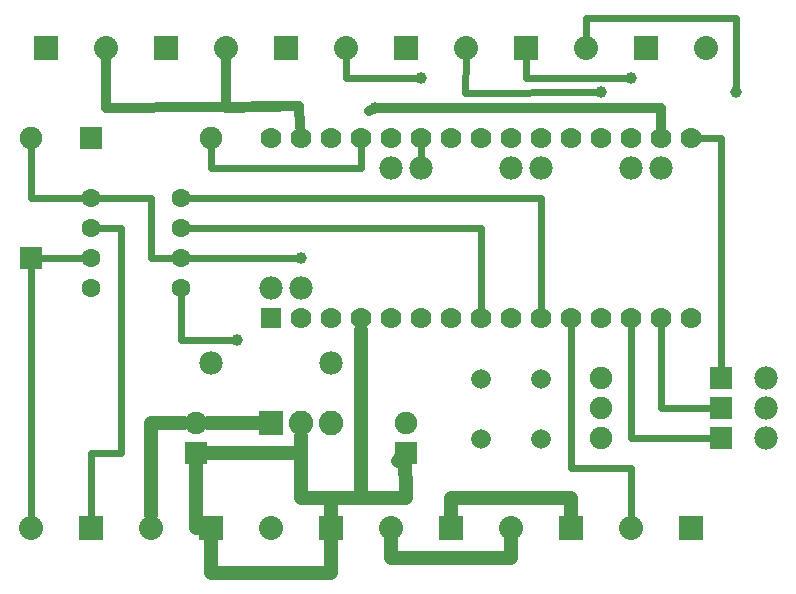
<source format=gbl>
G04 MADE WITH FRITZING*
G04 WWW.FRITZING.ORG*
G04 DOUBLE SIDED*
G04 HOLES PLATED*
G04 CONTOUR ON CENTER OF CONTOUR VECTOR*
%ASAXBY*%
%FSLAX23Y23*%
%MOIN*%
%OFA0B0*%
%SFA1.0B1.0*%
%ADD10C,0.078000*%
%ADD11C,0.065418*%
%ADD12C,0.070000*%
%ADD13C,0.063000*%
%ADD14C,0.075000*%
%ADD15C,0.080000*%
%ADD16C,0.082000*%
%ADD17C,0.039370*%
%ADD18R,0.070000X0.069972*%
%ADD19R,0.075000X0.075000*%
%ADD20R,0.080000X0.080000*%
%ADD21R,0.082000X0.082000*%
%ADD22C,0.024000*%
%ADD23C,0.048000*%
%ADD24C,0.032000*%
%LNCOPPER0*%
G90*
G70*
G54D10*
X1106Y1250D03*
X1006Y1250D03*
X1506Y1650D03*
X1406Y1650D03*
X1906Y1650D03*
X1806Y1650D03*
X2306Y1650D03*
X2206Y1650D03*
X2656Y750D03*
X2656Y850D03*
X2656Y950D03*
G54D11*
X1905Y944D03*
X1905Y745D03*
X1705Y944D03*
X1705Y745D03*
G54D12*
X1006Y1150D03*
X1106Y1150D03*
X1206Y1150D03*
X1306Y1150D03*
X1406Y1150D03*
X1506Y1150D03*
X1606Y1150D03*
X1706Y1150D03*
X1806Y1150D03*
X1906Y1150D03*
X2006Y1150D03*
X2106Y1150D03*
X2206Y1150D03*
X2306Y1150D03*
X2406Y1150D03*
X1006Y1750D03*
X1106Y1750D03*
X1206Y1750D03*
X1306Y1750D03*
X1406Y1750D03*
X1506Y1750D03*
X1606Y1750D03*
X1706Y1750D03*
X1806Y1750D03*
X1906Y1750D03*
X2006Y1750D03*
X2106Y1750D03*
X2206Y1750D03*
X2306Y1750D03*
X2406Y1750D03*
G54D13*
X706Y1250D03*
X706Y1350D03*
X706Y1450D03*
X706Y1550D03*
X406Y1550D03*
X406Y1450D03*
X406Y1350D03*
X406Y1250D03*
G54D14*
X206Y1350D03*
X206Y1750D03*
X406Y1750D03*
X806Y1750D03*
G54D15*
X1606Y450D03*
X1406Y450D03*
X1206Y450D03*
X1006Y450D03*
X406Y450D03*
X206Y450D03*
X656Y2050D03*
X856Y2050D03*
X2256Y2050D03*
X2456Y2050D03*
X1856Y2050D03*
X2056Y2050D03*
X256Y2050D03*
X456Y2050D03*
X1456Y2050D03*
X1656Y2050D03*
X1056Y2050D03*
X1256Y2050D03*
X806Y450D03*
X606Y450D03*
X2406Y450D03*
X2206Y450D03*
X2006Y450D03*
X1806Y450D03*
G54D16*
X1006Y800D03*
X1106Y800D03*
X1206Y800D03*
G54D14*
X1456Y700D03*
X1456Y800D03*
X756Y700D03*
X756Y800D03*
G54D17*
X1106Y1350D03*
G54D14*
X2506Y750D03*
X2106Y750D03*
X2506Y850D03*
X2106Y850D03*
X2506Y950D03*
X2106Y950D03*
G54D17*
X2557Y1902D03*
X1354Y1850D03*
X2106Y1902D03*
X2206Y1950D03*
X1506Y1950D03*
G54D10*
X806Y1000D03*
X1206Y1000D03*
G54D17*
X894Y1077D03*
G54D18*
X1006Y1150D03*
G54D19*
X206Y1350D03*
X406Y1750D03*
G54D20*
X1606Y450D03*
X1206Y450D03*
X406Y450D03*
X656Y2050D03*
X2256Y2050D03*
X1856Y2050D03*
X256Y2050D03*
X1456Y2050D03*
X1056Y2050D03*
X806Y450D03*
X2406Y450D03*
X2006Y450D03*
G54D21*
X1006Y800D03*
G54D19*
X1456Y700D03*
X756Y700D03*
X2506Y750D03*
X2506Y850D03*
X2506Y950D03*
G54D22*
X2006Y1121D02*
X2006Y950D01*
D02*
X2006Y950D02*
X2006Y650D01*
D02*
X2006Y650D02*
X2206Y650D01*
D02*
X2206Y650D02*
X2206Y481D01*
D02*
X1506Y1721D02*
X1506Y1680D01*
G54D23*
D02*
X1106Y700D02*
X795Y700D01*
D02*
X1106Y757D02*
X1106Y700D01*
D02*
X756Y450D02*
X756Y661D01*
D02*
X763Y450D02*
X756Y450D01*
D02*
X606Y800D02*
X606Y493D01*
D02*
X716Y800D02*
X606Y800D01*
D02*
X962Y800D02*
X795Y800D01*
D02*
X1206Y300D02*
X806Y300D01*
D02*
X806Y300D02*
X806Y408D01*
D02*
X1206Y408D02*
X1206Y300D01*
D02*
X1606Y493D02*
X1606Y550D01*
D02*
X2006Y550D02*
X2006Y493D01*
D02*
X1606Y550D02*
X2006Y550D01*
D02*
X1406Y408D02*
X1406Y350D01*
D02*
X1406Y350D02*
X1806Y350D01*
D02*
X1806Y350D02*
X1806Y408D01*
G54D22*
D02*
X378Y1350D02*
X234Y1350D01*
D02*
X206Y481D02*
X206Y1322D01*
D02*
X1906Y1179D02*
X1906Y1550D01*
D02*
X1906Y1550D02*
X733Y1550D01*
D02*
X678Y1350D02*
X606Y1350D01*
D02*
X606Y1550D02*
X433Y1550D01*
D02*
X606Y1350D02*
X606Y1550D01*
D02*
X1306Y1650D02*
X806Y1650D01*
D02*
X806Y1650D02*
X806Y1722D01*
D02*
X1306Y1721D02*
X1306Y1650D01*
D02*
X1087Y1350D02*
X733Y1350D01*
G54D23*
D02*
X1306Y550D02*
X1306Y1110D01*
D02*
X1457Y550D02*
X1454Y698D01*
D02*
X1306Y550D02*
X1457Y550D01*
D02*
X1454Y698D02*
X1428Y672D01*
D02*
X1206Y550D02*
X1306Y550D01*
D02*
X1206Y550D02*
X1206Y493D01*
D02*
X1106Y550D02*
X1206Y550D01*
D02*
X1106Y757D02*
X1106Y550D01*
G54D22*
D02*
X506Y698D02*
X506Y1450D01*
D02*
X506Y1450D02*
X433Y1450D01*
D02*
X406Y698D02*
X506Y698D01*
D02*
X406Y481D02*
X406Y698D01*
D02*
X206Y1550D02*
X378Y1550D01*
D02*
X206Y1722D02*
X206Y1550D01*
D02*
X1706Y1450D02*
X733Y1450D01*
D02*
X1706Y1179D02*
X1706Y1450D01*
G54D24*
D02*
X456Y1850D02*
X456Y2014D01*
D02*
X1100Y1856D02*
X456Y1850D01*
D02*
X1104Y1785D02*
X1100Y1856D01*
D02*
X1100Y1856D02*
X856Y1850D01*
D02*
X856Y1850D02*
X856Y2014D01*
G54D22*
D02*
X2056Y2081D02*
X2056Y2150D01*
D02*
X2556Y2150D02*
X2557Y1921D01*
D02*
X2056Y2150D02*
X2556Y2150D01*
G54D24*
D02*
X1354Y1850D02*
X2306Y1850D01*
D02*
X2306Y1850D02*
X2306Y1785D01*
D02*
X1332Y1839D02*
X1354Y1850D01*
G54D22*
D02*
X2087Y1902D02*
X1654Y1899D01*
D02*
X1654Y1898D02*
X1655Y2019D01*
D02*
X2187Y1950D02*
X1856Y1950D01*
D02*
X1856Y1950D02*
X1856Y2019D01*
D02*
X1257Y1950D02*
X1256Y2019D01*
D02*
X1487Y1950D02*
X1257Y1950D01*
D02*
X2206Y750D02*
X2206Y1121D01*
D02*
X2477Y750D02*
X2206Y750D01*
D02*
X2506Y1750D02*
X2435Y1750D01*
D02*
X2506Y979D02*
X2506Y1750D01*
D02*
X2306Y850D02*
X2306Y1121D01*
D02*
X2477Y850D02*
X2306Y850D01*
D02*
X706Y1075D02*
X706Y1223D01*
D02*
X875Y1077D02*
X706Y1075D01*
G04 End of Copper0*
M02*
</source>
